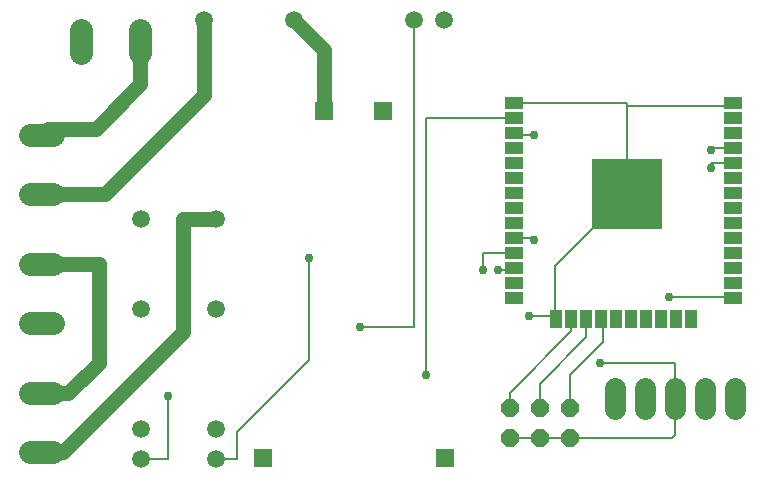
<source format=gbr>
G04 EAGLE Gerber RS-274X export*
G75*
%MOMM*%
%FSLAX34Y34*%
%LPD*%
%INTop Copper*%
%IPPOS*%
%AMOC8*
5,1,8,0,0,1.08239X$1,22.5*%
G01*
%ADD10R,1.524000X1.524000*%
%ADD11C,1.981200*%
%ADD12C,1.508000*%
%ADD13C,1.800000*%
%ADD14R,1.500000X1.000000*%
%ADD15R,1.000000X1.500000*%
%ADD16R,6.000000X6.000000*%
%ADD17P,1.649562X8X202.500000*%
%ADD18C,1.270000*%
%ADD19C,0.152400*%
%ADD20C,0.756400*%


D10*
X484740Y289240D03*
X434740Y289240D03*
X536740Y-4760D03*
X382740Y-4760D03*
D11*
X279146Y338074D02*
X279146Y357886D01*
X229108Y357886D02*
X229108Y338074D01*
X205486Y268986D02*
X185674Y268986D01*
X185674Y218948D02*
X205486Y218948D01*
X205486Y159766D02*
X185674Y159766D01*
X185674Y109728D02*
X205486Y109728D01*
X205486Y50546D02*
X185674Y50546D01*
X185674Y508D02*
X205486Y508D01*
D12*
X332740Y366460D03*
X408940Y366460D03*
X510540Y366460D03*
X535940Y366460D03*
X280100Y198120D03*
X280100Y121920D03*
X280100Y20320D03*
X280100Y-5080D03*
X343600Y198120D03*
X343600Y121920D03*
X343600Y20320D03*
X343600Y-5080D03*
D13*
X782320Y36720D02*
X782320Y54720D01*
X756920Y54720D02*
X756920Y36720D01*
X731520Y36720D02*
X731520Y54720D01*
X706120Y54720D02*
X706120Y36720D01*
X680720Y36720D02*
X680720Y54720D01*
D14*
X595840Y257960D03*
X595840Y245260D03*
X595840Y232560D03*
X595840Y219860D03*
X595840Y207160D03*
X595840Y194460D03*
X595840Y181760D03*
X595840Y169060D03*
D15*
X745640Y113560D03*
D14*
X780840Y130960D03*
X780840Y143660D03*
X780840Y156360D03*
X780840Y169060D03*
X780840Y181760D03*
X780840Y194460D03*
X780840Y207160D03*
D15*
X656740Y113560D03*
D14*
X595840Y156360D03*
X595840Y143660D03*
X595840Y130960D03*
D15*
X631340Y113560D03*
X644040Y113560D03*
D14*
X595840Y270660D03*
X595840Y283360D03*
X595840Y296060D03*
D15*
X669440Y113560D03*
X682140Y113560D03*
X694840Y113560D03*
X732940Y113560D03*
X720240Y113560D03*
X707540Y113560D03*
D14*
X780840Y219860D03*
X780840Y232560D03*
X780840Y245260D03*
X780840Y257960D03*
X780840Y270660D03*
X780840Y283360D03*
X780840Y296060D03*
D16*
X691340Y219060D03*
D17*
X642620Y38100D03*
X642620Y12700D03*
X617220Y38100D03*
X617220Y12700D03*
X591820Y38100D03*
X591820Y12700D03*
D18*
X279146Y312166D02*
X279146Y347980D01*
X279146Y312166D02*
X241300Y274320D01*
X200914Y274320D02*
X195580Y268986D01*
X200914Y274320D02*
X241300Y274320D01*
X243840Y159766D02*
X195580Y159766D01*
X243840Y159766D02*
X243840Y76200D01*
X218186Y50546D01*
X195580Y50546D01*
X434740Y340660D02*
X408940Y366460D01*
X434740Y340660D02*
X434740Y289240D01*
X332740Y302768D02*
X248920Y218948D01*
X195580Y218948D01*
X332740Y302768D02*
X332740Y366460D01*
X213360Y508D02*
X195580Y508D01*
X213360Y508D02*
X314960Y102108D01*
X314960Y198120D01*
X343600Y198120D01*
D19*
X731520Y76200D02*
X731520Y45720D01*
X731520Y76200D02*
X668020Y76200D01*
D20*
X668020Y76200D03*
D19*
X631340Y113560D02*
X630260Y114640D01*
X629330Y115570D01*
X608330Y115570D01*
D20*
X608330Y115570D03*
D19*
X683260Y213360D02*
X683260Y233680D01*
X691340Y296060D02*
X595840Y296060D01*
X691340Y296060D02*
X691340Y219060D01*
X690150Y220250D01*
X777966Y293186D02*
X780840Y296060D01*
X777966Y293186D02*
X691340Y293186D01*
X690880Y220250D02*
X690150Y220250D01*
X691340Y219060D02*
X691340Y293186D01*
X691340Y219060D02*
X630260Y157980D01*
X630260Y114640D01*
X691340Y219060D02*
X690880Y219520D01*
X690880Y220250D01*
X691340Y219060D02*
X685640Y213360D01*
X683260Y213360D01*
X731520Y45720D02*
X731520Y15240D01*
X728980Y12700D01*
X642620Y12700D01*
X617220Y12700D01*
X591820Y12700D01*
X510540Y106680D02*
X510540Y366460D01*
X510540Y106680D02*
X464820Y106680D01*
D20*
X464820Y106680D03*
X520700Y66040D03*
D19*
X595506Y283026D02*
X595840Y283360D01*
X595506Y283026D02*
X520700Y283026D01*
X520700Y66040D01*
D20*
X612140Y269240D03*
D19*
X597260Y269240D01*
X595840Y270660D01*
D20*
X302260Y48260D03*
D19*
X302260Y-5080D01*
X280100Y-5080D01*
D20*
X421640Y165100D03*
D19*
X421640Y78740D01*
X360680Y17780D02*
X360680Y-5080D01*
X343600Y-5080D01*
X360680Y17780D02*
X421640Y78740D01*
D20*
X568960Y154940D03*
D19*
X568960Y169060D01*
X595840Y169060D01*
D20*
X581660Y154940D03*
D19*
X594420Y154940D01*
X595840Y156360D01*
D20*
X762000Y256540D03*
D19*
X762000Y257960D01*
X780840Y257960D01*
D20*
X762000Y241300D03*
D19*
X762000Y245260D01*
X780840Y245260D01*
D20*
X612140Y180340D03*
D19*
X610720Y181760D01*
X595840Y181760D01*
D20*
X726440Y132080D03*
D19*
X779720Y132080D01*
X780840Y130960D01*
X644040Y113560D02*
X644040Y103020D01*
X591820Y50800D01*
X591820Y38100D01*
X656740Y97940D02*
X656740Y113560D01*
X656740Y97940D02*
X617220Y58420D01*
X617220Y38100D01*
X668020Y112140D02*
X669440Y113560D01*
X670560Y93980D02*
X642620Y66040D01*
X670560Y93980D02*
X670560Y112440D01*
X669440Y113560D01*
X642620Y66040D02*
X642620Y38100D01*
M02*

</source>
